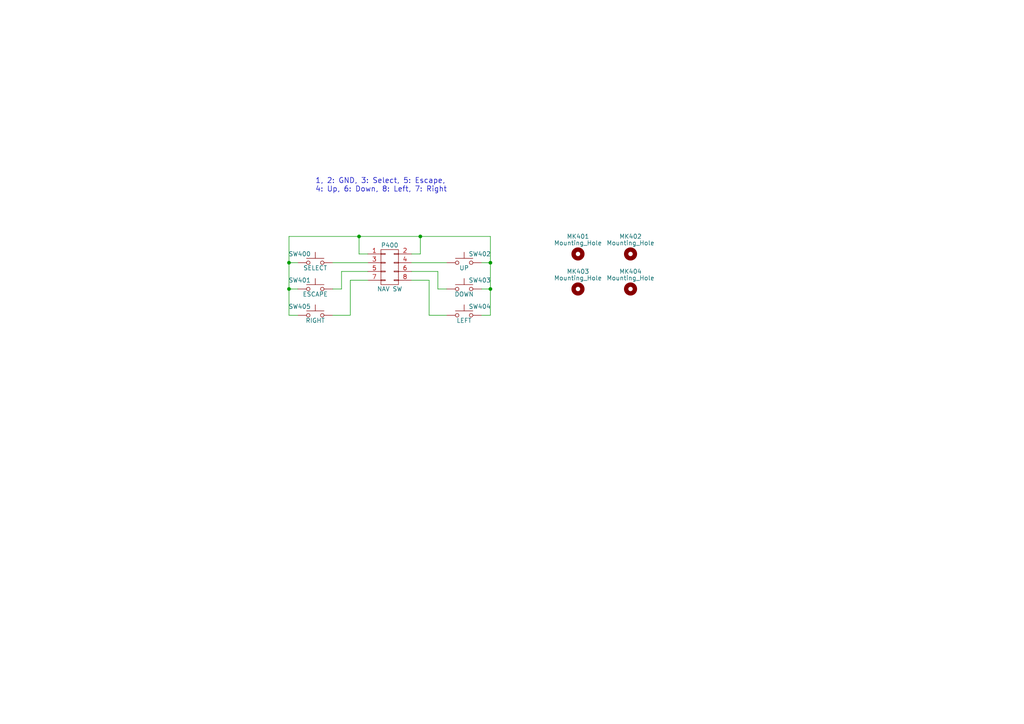
<source format=kicad_sch>
(kicad_sch (version 20211123) (generator eeschema)
  (paper "A4")
  (title_block (title "Pédale Vite v2 — Auxiliary boards") (date "2019-10-22") (company "Laurent DE SORAS") (comment 1 "Licensed under WTFPL v2 / CC0") (comment 4 "Navigation buttons"))
  (lib_symbols
    (symbol "conn:CONN_02X04" (pin_names (offset 0.0254) hide)
      (property "Reference" "J" (at 0 6.35 0))
      (property "Value" "conn_CONN_02X04" (at 0 -6.35 0))
      (symbol "CONN_02X04_0_1"
        (rectangle (start -2.54 -3.683) (end -1.27 -3.937))
        (rectangle (start -2.54 -1.143) (end -1.27 -1.397))
        (rectangle (start -2.54 1.397) (end -1.27 1.143))
        (rectangle (start -2.54 3.937) (end -1.27 3.683))
        (rectangle (start -2.54 5.08) (end 2.54 -5.08))
        (rectangle (start 1.27 -3.683) (end 2.54 -3.937))
        (rectangle (start 1.27 -1.143) (end 2.54 -1.397))
        (rectangle (start 1.27 1.397) (end 2.54 1.143))
        (rectangle (start 1.27 3.937) (end 2.54 3.683))
      )
      (symbol "CONN_02X04_1_1"
        (pin passive line (at -6.35 3.81 0) (length 3.81) (name "P1") (number "1"))
        (pin passive line (at 6.35 3.81 180) (length 3.81) (name "P2") (number "2"))
        (pin passive line (at -6.35 1.27 0) (length 3.81) (name "P3") (number "3"))
        (pin passive line (at 6.35 1.27 180) (length 3.81) (name "P4") (number "4"))
        (pin passive line (at -6.35 -1.27 0) (length 3.81) (name "P5") (number "5"))
        (pin passive line (at 6.35 -1.27 180) (length 3.81) (name "P6") (number "6"))
        (pin passive line (at -6.35 -3.81 0) (length 3.81) (name "P7") (number "7"))
        (pin passive line (at 6.35 -3.81 180) (length 3.81) (name "P8") (number "8"))
      )
    )
    (symbol "misc-boards-rescue:Mounting_Hole" (pin_names (offset 1.016))
      (property "Reference" "MK" (at 0 5.08 0))
      (property "Value" "Mounting_Hole" (at 0 3.175 0))
      (symbol "Mounting_Hole_0_1"
        (circle (center 0 0) (radius 1.27) (stroke (width 1.27)))
      )
    )
    (symbol "switches:SW_Push" (pin_numbers hide) (pin_names (offset 1.016) hide)
      (property "Reference" "SW" (at 1.27 2.54 0))
      (property "Value" "switches_SW_Push" (at 0 -1.524 0))
      (symbol "SW_Push_0_1"
        (circle (center -2.032 0) (radius 0.508))
        (polyline (pts (xy 0 1.27) (xy 0 3.048)))
        (polyline (pts (xy 2.54 1.27) (xy -2.54 1.27)))
        (circle (center 2.032 0) (radius 0.508))
        (pin passive line (at -5.08 0 0) (length 2.54) (name "1") (number "1"))
        (pin passive line (at 5.08 0 180) (length 2.54) (name "2") (number "2"))
      )
    )
  )
  (junction (at 104.14 68.58))
  (junction (at 121.92 68.58))
  (junction (at 83.82 83.82))
  (junction (at 83.82 76.2))
  (junction (at 142.24 83.82))
  (junction (at 142.24 76.2))
  (wire (pts (xy 142.24 83.82) (xy 142.24 91.44)))
  (wire (pts (xy 121.92 68.58) (xy 142.24 68.58)))
  (wire (pts (xy 127 83.82) (xy 129.54 83.82)))
  (wire (pts (xy 99.06 78.74) (xy 106.68 78.74)))
  (wire (pts (xy 142.24 76.2) (xy 142.24 83.82)))
  (wire (pts (xy 124.46 81.28) (xy 124.46 91.44)))
  (wire (pts (xy 83.82 76.2) (xy 86.36 76.2)))
  (wire (pts (xy 106.68 73.66) (xy 104.14 73.66)))
  (wire (pts (xy 124.46 91.44) (xy 129.54 91.44)))
  (wire (pts (xy 127 78.74) (xy 127 83.82)))
  (wire (pts (xy 142.24 76.2) (xy 139.7 76.2)))
  (wire (pts (xy 99.06 83.82) (xy 99.06 78.74)))
  (wire (pts (xy 119.38 78.74) (xy 127 78.74)))
  (wire (pts (xy 142.24 91.44) (xy 139.7 91.44)))
  (wire (pts (xy 119.38 76.2) (xy 129.54 76.2)))
  (wire (pts (xy 142.24 83.82) (xy 139.7 83.82)))
  (wire (pts (xy 104.14 68.58) (xy 121.92 68.58)))
  (wire (pts (xy 119.38 81.28) (xy 124.46 81.28)))
  (wire (pts (xy 142.24 68.58) (xy 142.24 76.2)))
  (wire (pts (xy 96.52 76.2) (xy 106.68 76.2)))
  (wire (pts (xy 83.82 83.82) (xy 83.82 91.44)))
  (wire (pts (xy 96.52 91.44) (xy 101.6 91.44)))
  (wire (pts (xy 83.82 76.2) (xy 83.82 83.82)))
  (wire (pts (xy 121.92 73.66) (xy 119.38 73.66)))
  (wire (pts (xy 83.82 68.58) (xy 104.14 68.58)))
  (wire (pts (xy 121.92 68.58) (xy 121.92 73.66)))
  (wire (pts (xy 83.82 68.58) (xy 83.82 76.2)))
  (wire (pts (xy 83.82 83.82) (xy 86.36 83.82)))
  (wire (pts (xy 96.52 83.82) (xy 99.06 83.82)))
  (wire (pts (xy 101.6 91.44) (xy 101.6 81.28)))
  (wire (pts (xy 83.82 91.44) (xy 86.36 91.44)))
  (wire (pts (xy 104.14 73.66) (xy 104.14 68.58)))
  (wire (pts (xy 101.6 81.28) (xy 106.68 81.28)))
  (text "1, 2: GND, 3: Select, 5: Escape,\n4: Up, 6: Down, 8: Left, 7: Right" (at 91.44 55.88 0) (effects (font (size 1.524 1.524)) (justify left bottom)))
  (symbol (lib_id "conn:CONN_02X04") (at 113.03 77.47 0) (unit 1)
    (property "Reference" "P400" (at 113.03 71.12 0))
    (property "Value" "NAV SW" (at 113.03 83.82 0))
    (property "Footprint" "Pin_Headers:Pin_Header_Straight_2x04_Pitch2.54mm" (effects hide))
  )
  (symbol (lib_id "switches:SW_Push") (at 134.62 76.2 0) (unit 1)
    (property "Reference" "SW402" (at 135.89 73.66 0) (effects (justify left)))
    (property "Value" "UP" (at 134.62 77.724 0))
    (property "Footprint" "pedale-vite:SW_MEC_5GTH9" (effects hide))
  )
  (symbol (lib_id "switches:SW_Push") (at 134.62 83.82 0) (unit 1)
    (property "Reference" "SW403" (at 135.89 81.28 0) (effects (justify left)))
    (property "Value" "DOWN" (at 134.62 85.344 0))
    (property "Footprint" "pedale-vite:SW_MEC_5GTH9" (effects hide))
  )
  (symbol (lib_id "switches:SW_Push") (at 134.62 91.44 0) (unit 1)
    (property "Reference" "SW404" (at 135.89 88.9 0) (effects (justify left)))
    (property "Value" "LEFT" (at 134.62 92.964 0))
    (property "Footprint" "pedale-vite:SW_MEC_5GTH9" (effects hide))
  )
  (symbol (lib_id "switches:SW_Push") (at 91.44 76.2 0) (mirror y) (unit 1)
    (property "Reference" "SW400" (at 90.17 73.66 0) (effects (justify left)))
    (property "Value" "SELECT" (at 91.44 77.724 0))
    (property "Footprint" "pedale-vite:SW_MEC_5GTH9" (effects hide))
  )
  (symbol (lib_id "switches:SW_Push") (at 91.44 83.82 0) (mirror y) (unit 1)
    (property "Reference" "SW401" (at 90.17 81.28 0) (effects (justify left)))
    (property "Value" "ESCAPE" (at 91.44 85.344 0))
    (property "Footprint" "pedale-vite:SW_MEC_5GTH9" (effects hide))
  )
  (symbol (lib_id "switches:SW_Push") (at 91.44 91.44 0) (mirror y) (unit 1)
    (property "Reference" "SW405" (at 90.17 88.9 0) (effects (justify left)))
    (property "Value" "RIGHT" (at 91.44 92.964 0))
    (property "Footprint" "pedale-vite:SW_MEC_5GTH9" (effects hide))
  )
  (symbol (lib_id "misc-boards-rescue:Mounting_Hole") (at 167.64 73.66 0)
    (property "Reference" "MK401" (at 167.64 68.58 0))
    (property "Value" "Mounting_Hole" (at 167.64 70.485 0))
    (property "Footprint" "Mounting_Holes:MountingHole_3.2mm_M3" (effects hide))
  )
  (symbol (lib_id "misc-boards-rescue:Mounting_Hole") (at 182.88 73.66 0)
    (property "Reference" "MK402" (at 182.88 68.58 0))
    (property "Value" "Mounting_Hole" (at 182.88 70.485 0))
    (property "Footprint" "Mounting_Holes:MountingHole_3.2mm_M3" (effects hide))
  )
  (symbol (lib_id "misc-boards-rescue:Mounting_Hole") (at 167.64 83.82 0)
    (property "Reference" "MK403" (at 167.64 78.74 0))
    (property "Value" "Mounting_Hole" (at 167.64 80.645 0))
    (property "Footprint" "Mounting_Holes:MountingHole_3.2mm_M3" (effects hide))
  )
  (symbol (lib_id "misc-boards-rescue:Mounting_Hole") (at 182.88 83.82 0)
    (property "Reference" "MK404" (at 182.88 78.74 0))
    (property "Value" "Mounting_Hole" (at 182.88 80.645 0))
    (property "Footprint" "Mounting_Holes:MountingHole_3.2mm_M3" (effects hide))
  )
)
</source>
